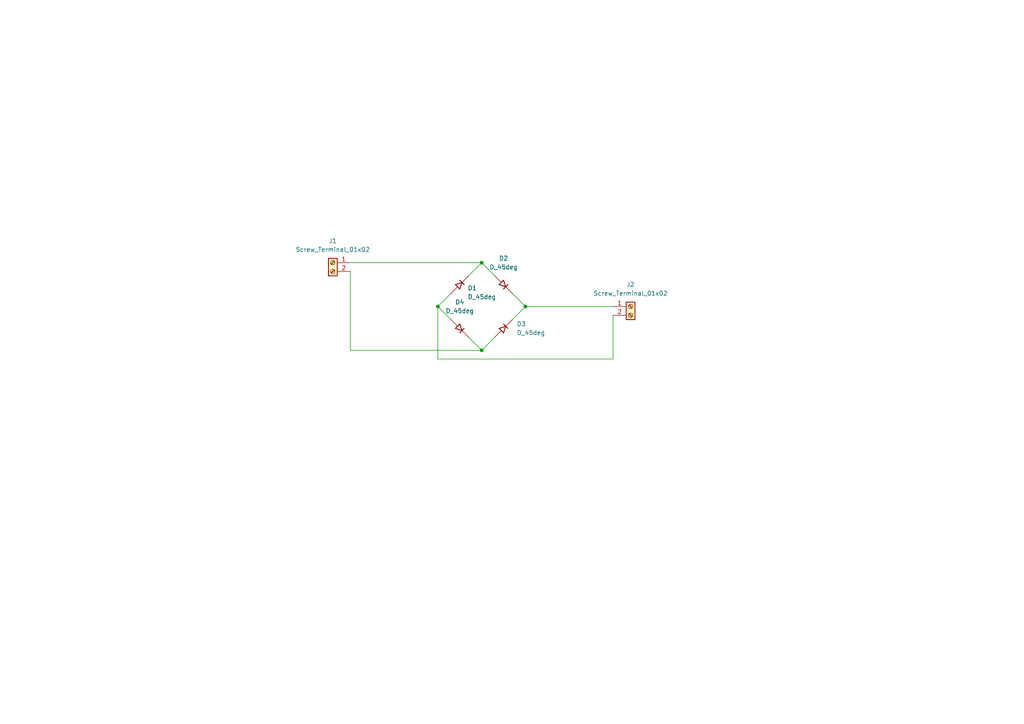
<source format=kicad_sch>
(kicad_sch (version 20231120) (generator "eeschema") (generator_version "8.0")
  (paper "A4")
  (lib_symbols
    (symbol "Connector:Screw_Terminal_01x02" (pin_names (offset 1.016) hide)
      (property "Reference" "J" (at 0 2.54 0))
      (property "Value" "Screw_Terminal_01x02" (at 0 -5.08 0))
      (symbol "Screw_Terminal_01x02_1_1"
        (rectangle (start -1.27 1.27) (end 1.27 -3.81) (stroke (width 0.254)) (fill (type background)))
        (circle (center 0 -2.54) (radius 0.635) (stroke (width 0.1524)))
        (polyline (pts (xy -0.5334 -2.2098) (xy 0.3302 -3.048)) (stroke (width 0.1524)))
        (polyline (pts (xy -0.5334 0.3302) (xy 0.3302 -0.508)) (stroke (width 0.1524)))
        (polyline (pts (xy -0.3556 -2.032) (xy 0.508 -2.8702)) (stroke (width 0.1524)))
        (polyline (pts (xy -0.3556 0.508) (xy 0.508 -0.3302)) (stroke (width 0.1524)))
        (circle (center 0 0) (radius 0.635) (stroke (width 0.1524)))
        (pin passive line (at -5.08 0 0) (length 3.81) (name "Pin_1") (number "1"))
        (pin passive line (at -5.08 -2.54 0) (length 3.81) (name "Pin_2") (number "2"))
      )
    )
    (symbol "Device:D_45deg" (pin_numbers hide) (pin_names (offset 0) hide)
      (property "Reference" "D" (at 1.27 2.54 0))
      (property "Value" "D_45deg" (at 1.27 0 0))
      (symbol "D_45deg_0_1"
        (polyline (pts (xy -0.635 0.635) (xy -2.54 2.54)))
        (polyline (pts (xy 0 -1.27) (xy 1.27 0)) (stroke (width 0.254)))
        (polyline (pts (xy 2.54 -2.54) (xy 0.635 -0.635)))
        (polyline (pts (xy -1.27 0) (xy 0 1.27) (xy 0.635 -0.635) (xy -1.27 0)) (stroke (width 0.254)))
      )
      (symbol "D_45deg_1_1"
        (pin passive line (at 2.54 -2.54 180) (length 0) (name "K") (number "1"))
        (pin passive line (at -2.54 2.54 0) (length 0) (name "A") (number "2"))
      )
    )
  )
  (junction (at 139.7 76.2))
  (junction (at 127 88.9))
  (junction (at 139.7 101.6))
  (junction (at 152.4 88.9))
  (wire (pts (xy 127 88.9) (xy 130.81 92.71)))
  (wire (pts (xy 135.89 97.79) (xy 139.7 101.6)))
  (wire (pts (xy 101.6 76.2) (xy 139.7 76.2)))
  (wire (pts (xy 101.6 101.6) (xy 139.7 101.6)))
  (wire (pts (xy 127 104.14) (xy 177.8 104.14)))
  (wire (pts (xy 101.6 78.74) (xy 101.6 101.6)))
  (wire (pts (xy 177.8 91.44) (xy 177.8 104.14)))
  (wire (pts (xy 148.59 92.71) (xy 152.4 88.9)))
  (wire (pts (xy 127 88.9) (xy 130.81 85.09)))
  (wire (pts (xy 148.59 85.09) (xy 152.4 88.9)))
  (wire (pts (xy 135.89 80.01) (xy 139.7 76.2)))
  (wire (pts (xy 139.7 76.2) (xy 143.51 80.01)))
  (wire (pts (xy 152.4 88.9) (xy 177.8 88.9)))
  (wire (pts (xy 143.51 97.79) (xy 139.7 101.6)))
  (wire (pts (xy 127 88.9) (xy 127 104.14)))
  (symbol (lib_id "Device:D_45deg") (at 133.35 95.25 0) (unit 1)
    (property "Reference" "D4" (at 133.35 87.63 0))
    (property "Value" "D_45deg" (at 133.35 90.17 0))
    (property "Footprint" "Diode_THT:D_DO-15_P10.16mm_Horizontal" (effects (hide yes)))
    (property "Description" "Diode, rotated by 45°" (effects (hide yes)))
    (property "Sim.Device" "D" (effects (hide yes)))
    (property "Sim.Pins" "1=K 2=A" (effects (hide yes)))
  )
  (symbol (lib_id "Device:D_45deg") (at 146.05 82.55 0) (unit 1)
    (property "Reference" "D2" (at 146.05 74.93 0))
    (property "Value" "D_45deg" (at 146.05 77.47 0))
    (property "Footprint" "Diode_THT:D_DO-15_P10.16mm_Horizontal" (effects (hide yes)))
    (property "Description" "Diode, rotated by 45°" (effects (hide yes)))
    (property "Sim.Device" "D" (effects (hide yes)))
    (property "Sim.Pins" "1=K 2=A" (effects (hide yes)))
  )
  (symbol (lib_id "Connector:Screw_Terminal_01x02") (at 182.88 88.9 0) (unit 1)
    (property "Reference" "J2" (at 182.88 82.55 0))
    (property "Value" "Screw_Terminal_01x02" (at 182.88 85.09 0))
    (property "Footprint" "TerminalBlock:TerminalBlock_bornier-2_P5.08mm" (effects (hide yes)))
    (property "Description" "Generic screw terminal, single row, 01x02, script generated (kicad-library-utils/schlib/autogen/connector/)" (effects (hide yes)))
  )
  (symbol (lib_id "Device:D_45deg") (at 146.05 95.25 90) (unit 1)
    (property "Reference" "D3" (at 149.86 93.9799 90) (effects (justify right)))
    (property "Value" "D_45deg" (at 149.86 96.5199 90) (effects (justify right)))
    (property "Footprint" "Diode_THT:D_DO-15_P10.16mm_Horizontal" (effects (hide yes)))
    (property "Description" "Diode, rotated by 45°" (effects (hide yes)))
    (property "Sim.Device" "D" (effects (hide yes)))
    (property "Sim.Pins" "1=K 2=A" (effects (hide yes)))
  )
  (symbol (lib_id "Device:D_45deg") (at 133.35 82.55 90) (unit 1)
    (property "Reference" "D1" (at 135.636 83.566 90) (effects (justify right)))
    (property "Value" "D_45deg" (at 135.636 86.106 90) (effects (justify right)))
    (property "Footprint" "Diode_THT:D_DO-15_P10.16mm_Horizontal" (effects (hide yes)))
    (property "Description" "Diode, rotated by 45°" (effects (hide yes)))
    (property "Sim.Device" "D" (effects (hide yes)))
    (property "Sim.Pins" "1=K 2=A" (effects (hide yes)))
  )
  (symbol (lib_id "Connector:Screw_Terminal_01x02") (at 96.52 76.2 0) (mirror y) (unit 1)
    (property "Reference" "J1" (at 96.52 69.85 0))
    (property "Value" "Screw_Terminal_01x02" (at 96.52 72.39 0))
    (property "Footprint" "TerminalBlock:TerminalBlock_bornier-2_P5.08mm" (effects (hide yes)))
    (property "Description" "Generic screw terminal, single row, 01x02, script generated (kicad-library-utils/schlib/autogen/connector/)" (effects (hide yes)))
  )
)
</source>
